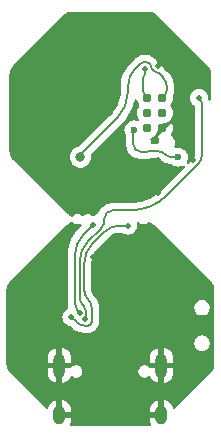
<source format=gbl>
G04 #@! TF.GenerationSoftware,KiCad,Pcbnew,8.0.9-8.0.9-0~ubuntu20.04.1*
G04 #@! TF.CreationDate,2025-06-12T23:47:11+01:00*
G04 #@! TF.ProjectId,ch32-breakout,63683332-2d62-4726-9561-6b6f75742e6b,rev?*
G04 #@! TF.SameCoordinates,Original*
G04 #@! TF.FileFunction,Copper,L2,Bot*
G04 #@! TF.FilePolarity,Positive*
%FSLAX46Y46*%
G04 Gerber Fmt 4.6, Leading zero omitted, Abs format (unit mm)*
G04 Created by KiCad (PCBNEW 8.0.9-8.0.9-0~ubuntu20.04.1) date 2025-06-12 23:47:11*
%MOMM*%
%LPD*%
G01*
G04 APERTURE LIST*
G04 #@! TA.AperFunction,HeatsinkPad*
%ADD10O,1.000000X2.100000*%
G04 #@! TD*
G04 #@! TA.AperFunction,HeatsinkPad*
%ADD11O,1.000000X1.600000*%
G04 #@! TD*
G04 #@! TA.AperFunction,ConnectorPad*
%ADD12C,0.787400*%
G04 #@! TD*
G04 #@! TA.AperFunction,ViaPad*
%ADD13C,0.500000*%
G04 #@! TD*
G04 #@! TA.AperFunction,ViaPad*
%ADD14C,0.800000*%
G04 #@! TD*
G04 #@! TA.AperFunction,ViaPad*
%ADD15C,0.600000*%
G04 #@! TD*
G04 #@! TA.AperFunction,Conductor*
%ADD16C,0.200000*%
G04 #@! TD*
G04 APERTURE END LIST*
D10*
X84680000Y-90895000D03*
D11*
X84680000Y-95075000D03*
D10*
X93320000Y-90895000D03*
D11*
X93320000Y-95075000D03*
D12*
X93401000Y-68230000D03*
X92131000Y-68230000D03*
X93401000Y-69500000D03*
X92131000Y-69500000D03*
X93401000Y-70770000D03*
X92131000Y-70770000D03*
D13*
X88950000Y-85760000D03*
X84050000Y-84000000D03*
X93000000Y-73500000D03*
X93000000Y-62750000D03*
X90150000Y-80750000D03*
X80800000Y-86550000D03*
X81750000Y-88100000D03*
X93000000Y-65500000D03*
X94300000Y-64200000D03*
X93000000Y-76250000D03*
X84050000Y-84700000D03*
X81750000Y-89300000D03*
X94650000Y-82150000D03*
X83700000Y-74800000D03*
X96000000Y-73500000D03*
X83300000Y-84000000D03*
X91500000Y-82100000D03*
X82250000Y-65500000D03*
X81750000Y-88700000D03*
X87500000Y-81750000D03*
X89700000Y-87790000D03*
X88300000Y-81750000D03*
X85000000Y-65500000D03*
X80800000Y-87300000D03*
X94300000Y-74800000D03*
X83300000Y-84700000D03*
X82250000Y-73500000D03*
X95750000Y-65500000D03*
X85000000Y-62750000D03*
X83700000Y-64200000D03*
X85000000Y-76250000D03*
X85000000Y-73500000D03*
X92500000Y-80000000D03*
X85600000Y-87790000D03*
X89000000Y-69500000D03*
X95350000Y-82700000D03*
D14*
X86460000Y-73250000D03*
D13*
X91897500Y-65750000D03*
X87500000Y-79000000D03*
X86418374Y-86409034D03*
X90500000Y-79050000D03*
X85700000Y-86800000D03*
X96500000Y-68250000D03*
X86880594Y-86976245D03*
D15*
X94750000Y-73250000D03*
X91000001Y-70956471D03*
D16*
X93794699Y-67557913D02*
X93794699Y-67340500D01*
X93080545Y-66130545D02*
X93444114Y-66494114D01*
X93597849Y-68033150D02*
X93401000Y-68230000D01*
X91084840Y-65784840D02*
X91536297Y-65333384D01*
X86534246Y-72965753D02*
X89570042Y-69929957D01*
X90500000Y-67196772D02*
X90500000Y-67684841D01*
X92548223Y-65826041D02*
X92691636Y-65969454D01*
X92351776Y-65351776D02*
X92325000Y-65325000D01*
X92023223Y-65200000D02*
X91858315Y-65200000D01*
X86460000Y-73250000D02*
X86460000Y-73145000D01*
X92450000Y-65588909D02*
G75*
G03*
X92548218Y-65826046I335400J9D01*
G01*
X91858315Y-65200000D02*
G75*
G03*
X91536290Y-65333377I-15J-455400D01*
G01*
X92691636Y-65969454D02*
G75*
G03*
X92886091Y-66050007I194464J194454D01*
G01*
X93794699Y-67557913D02*
G75*
G02*
X93597845Y-68033146I-672099J13D01*
G01*
X86534246Y-72965753D02*
G75*
G03*
X86460002Y-73145000I179254J-179247D01*
G01*
X92325000Y-65325000D02*
G75*
G03*
X92023223Y-65199990I-301800J-301800D01*
G01*
X93444114Y-66494114D02*
G75*
G02*
X93794690Y-67340500I-846414J-846386D01*
G01*
X92351776Y-65351776D02*
G75*
G02*
X92449981Y-65588909I-237176J-237124D01*
G01*
X90500000Y-67684841D02*
G75*
G02*
X89570027Y-69929942I-3175100J41D01*
G01*
X91084840Y-65784840D02*
G75*
G03*
X90499987Y-67196772I1411960J-1411960D01*
G01*
X93080545Y-66130545D02*
G75*
G03*
X92886091Y-66050006I-194445J-194455D01*
G01*
X91934150Y-68033150D02*
X92131000Y-68230000D01*
X91897500Y-66239222D02*
X91897500Y-65750000D01*
X91737301Y-67557913D02*
X91737301Y-66625976D01*
X91737301Y-67557913D02*
G75*
G03*
X91934154Y-68033146I672099J13D01*
G01*
X91897500Y-66239222D02*
G75*
G02*
X91817394Y-66432593I-273500J22D01*
G01*
X91817400Y-66432599D02*
G75*
G03*
X91737290Y-66625976I193400J-193401D01*
G01*
X86000000Y-85694824D02*
X86000000Y-81560660D01*
X87500000Y-79000000D02*
X86750000Y-79750000D01*
X86418374Y-86409034D02*
X86209187Y-86199847D01*
X86000000Y-85694824D02*
G75*
G03*
X86209201Y-86199833I714200J24D01*
G01*
X86750000Y-79750000D02*
G75*
G03*
X85999954Y-81560660I1810600J-1810700D01*
G01*
X87430594Y-86076491D02*
X87430594Y-87173148D01*
X89757843Y-79050000D02*
X90500000Y-79050000D01*
X87431271Y-80634412D02*
X88490901Y-79574784D01*
X86800000Y-82158434D02*
X86800000Y-84554102D01*
X86825000Y-87526245D02*
X87077497Y-87526245D01*
X86144282Y-87244282D02*
X85700000Y-86800000D01*
X86144282Y-87244282D02*
G75*
G03*
X86825000Y-87526255I680718J680682D01*
G01*
X86800000Y-84554102D02*
G75*
G03*
X87115297Y-85315297I1076500J2D01*
G01*
X87430594Y-87173148D02*
G75*
G02*
X87327150Y-87422801I-353094J48D01*
G01*
X87115297Y-85315297D02*
G75*
G02*
X87430599Y-86076491I-761197J-761203D01*
G01*
X87327174Y-87422825D02*
G75*
G02*
X87077497Y-87526228I-249674J249725D01*
G01*
X87431271Y-80634412D02*
G75*
G03*
X86800027Y-82158434I1524029J-1523988D01*
G01*
X89757843Y-79050000D02*
G75*
G03*
X88490885Y-79574768I-43J-1791700D01*
G01*
X96750000Y-73055499D02*
X96750000Y-68676776D01*
X88500000Y-78432622D02*
X88500000Y-78574935D01*
X96625000Y-68375000D02*
X96500000Y-68250000D01*
X86400000Y-82035405D02*
X86400000Y-85098098D01*
X87061434Y-80438563D02*
X88199434Y-79300565D01*
X90713844Y-77750000D02*
X89182622Y-77750000D01*
X86968374Y-86405899D02*
X86968374Y-86826395D01*
X93810490Y-76467326D02*
X96416021Y-73861796D01*
X86880594Y-86976245D02*
X86924484Y-86932355D01*
X86684187Y-85784187D02*
X86729696Y-85829694D01*
X88500000Y-78574935D02*
G75*
G02*
X88199417Y-79300548I-1026200J35D01*
G01*
X93810490Y-76467326D02*
G75*
G02*
X90713844Y-77750036I-3096690J3096626D01*
G01*
X96625000Y-68375000D02*
G75*
G02*
X96750010Y-68676776I-301800J-301800D01*
G01*
X86968374Y-86826395D02*
G75*
G02*
X86924491Y-86932362I-149874J-5D01*
G01*
X86400000Y-85098098D02*
G75*
G03*
X86684181Y-85784193I970300J-2D01*
G01*
X89182622Y-77750000D02*
G75*
G03*
X88699929Y-77949929I-22J-682600D01*
G01*
X88699935Y-77949935D02*
G75*
G03*
X88500009Y-78432622I482665J-482665D01*
G01*
X86729696Y-85829694D02*
G75*
G02*
X86968371Y-86405899I-576196J-576206D01*
G01*
X96750000Y-73055499D02*
G75*
G02*
X96416026Y-73861801I-1140300J-1D01*
G01*
X87061434Y-80438563D02*
G75*
G03*
X86400011Y-82035405I1596866J-1596837D01*
G01*
X94220829Y-73250000D02*
X94750000Y-73250000D01*
X90904700Y-72075355D02*
X90904700Y-71119159D01*
X91000001Y-70956471D02*
X90952350Y-71004121D01*
X91664644Y-72835300D02*
X92019107Y-72835300D01*
X93013722Y-72750000D02*
X92225040Y-72750000D01*
X92122074Y-72792650D02*
G75*
G02*
X92019107Y-72835310I-102974J102950D01*
G01*
X90952350Y-71004121D02*
G75*
G03*
X90904674Y-71119159I115050J-115079D01*
G01*
X91127282Y-72612717D02*
G75*
G03*
X91664644Y-72835282I537318J537317D01*
G01*
X93617276Y-73000000D02*
G75*
G03*
X94220829Y-73249966I603524J603600D01*
G01*
X90904700Y-72075355D02*
G75*
G03*
X91127269Y-72612730I759900J-45D01*
G01*
X93617276Y-73000000D02*
G75*
G03*
X93013722Y-72749968I-603576J-603500D01*
G01*
X92225040Y-72750000D02*
G75*
G03*
X92122057Y-72792633I-40J-145600D01*
G01*
G04 #@! TA.AperFunction,Conductor*
G36*
X85800668Y-78730502D02*
G01*
X85817731Y-78746772D01*
X85901948Y-78843965D01*
X85901950Y-78843966D01*
X85901951Y-78843967D01*
X86010931Y-78914004D01*
X86076676Y-78933308D01*
X86135225Y-78950499D01*
X86135227Y-78950500D01*
X86135228Y-78950500D01*
X86264773Y-78950500D01*
X86264773Y-78950499D01*
X86389069Y-78914004D01*
X86391795Y-78912251D01*
X86394906Y-78911338D01*
X86397131Y-78910322D01*
X86397277Y-78910641D01*
X86458830Y-78892566D01*
X86525870Y-78912248D01*
X86571627Y-78965050D01*
X86581574Y-79034208D01*
X86552551Y-79097765D01*
X86546516Y-79104247D01*
X86263999Y-79386764D01*
X86263563Y-79387261D01*
X86215615Y-79435207D01*
X86018575Y-79675289D01*
X86018562Y-79675307D01*
X85846007Y-79933538D01*
X85845997Y-79933554D01*
X85699588Y-80207453D01*
X85699580Y-80207469D01*
X85580719Y-80494407D01*
X85490552Y-80791624D01*
X85490550Y-80791630D01*
X85429953Y-81096245D01*
X85429952Y-81096250D01*
X85399502Y-81405357D01*
X85399501Y-81476469D01*
X85399500Y-81476497D01*
X85399500Y-81560651D01*
X85399499Y-81641158D01*
X85399500Y-81641175D01*
X85399500Y-85615128D01*
X85399498Y-85615166D01*
X85399498Y-85643464D01*
X85399478Y-85643532D01*
X85399482Y-85781014D01*
X85421983Y-85951882D01*
X85421985Y-85951891D01*
X85429590Y-85980269D01*
X85427929Y-86050119D01*
X85388767Y-86107982D01*
X85375788Y-86117359D01*
X85372311Y-86119543D01*
X85372310Y-86119544D01*
X85320166Y-86152307D01*
X85229109Y-86209523D01*
X85109523Y-86329109D01*
X85109518Y-86329115D01*
X85019547Y-86472302D01*
X85019545Y-86472305D01*
X84963685Y-86631943D01*
X84944751Y-86799997D01*
X84944751Y-86800002D01*
X84963685Y-86968056D01*
X85019545Y-87127694D01*
X85019547Y-87127697D01*
X85109518Y-87270884D01*
X85109523Y-87270890D01*
X85229109Y-87390476D01*
X85229115Y-87390481D01*
X85372302Y-87480452D01*
X85372308Y-87480455D01*
X85372310Y-87480456D01*
X85531941Y-87536313D01*
X85550960Y-87538455D01*
X85615373Y-87565520D01*
X85624759Y-87573995D01*
X85781445Y-87730681D01*
X85781540Y-87730764D01*
X85792104Y-87741328D01*
X85792115Y-87741338D01*
X85930444Y-87847486D01*
X85954674Y-87866079D01*
X86132134Y-87968540D01*
X86132137Y-87968541D01*
X86132146Y-87968546D01*
X86321444Y-88046958D01*
X86321446Y-88046958D01*
X86321449Y-88046960D01*
X86519381Y-88099997D01*
X86697147Y-88123401D01*
X86722542Y-88126745D01*
X86722543Y-88126745D01*
X87156559Y-88126745D01*
X87156785Y-88126715D01*
X87168915Y-88124135D01*
X87300774Y-88103255D01*
X87443517Y-88056882D01*
X87577250Y-87988753D01*
X87698680Y-87900544D01*
X87751748Y-87847486D01*
X87803311Y-87795933D01*
X87803314Y-87795927D01*
X87804513Y-87794729D01*
X87804780Y-87794416D01*
X87804795Y-87794402D01*
X87893031Y-87672984D01*
X87961187Y-87539258D01*
X88007586Y-87396518D01*
X88028529Y-87264388D01*
X88031049Y-87252541D01*
X88031094Y-87252202D01*
X88031094Y-87173066D01*
X88031103Y-87100316D01*
X88031102Y-87100312D01*
X88031103Y-87093006D01*
X88031094Y-87092838D01*
X88031094Y-86127853D01*
X88031098Y-86127835D01*
X88031098Y-86076486D01*
X88031099Y-86076486D01*
X88031099Y-86064071D01*
X96099499Y-86064071D01*
X96124497Y-86189738D01*
X96124499Y-86189744D01*
X96173533Y-86308124D01*
X96173538Y-86308133D01*
X96244723Y-86414668D01*
X96244726Y-86414672D01*
X96335327Y-86505273D01*
X96335331Y-86505276D01*
X96441866Y-86576461D01*
X96441872Y-86576464D01*
X96441873Y-86576465D01*
X96560256Y-86625501D01*
X96560260Y-86625501D01*
X96560261Y-86625502D01*
X96685928Y-86650500D01*
X96685931Y-86650500D01*
X96814071Y-86650500D01*
X96907369Y-86631941D01*
X96939744Y-86625501D01*
X97058127Y-86576465D01*
X97164669Y-86505276D01*
X97255276Y-86414669D01*
X97326465Y-86308127D01*
X97375501Y-86189744D01*
X97391765Y-86107982D01*
X97400500Y-86064071D01*
X97400500Y-85935928D01*
X97375502Y-85810261D01*
X97375501Y-85810260D01*
X97375501Y-85810256D01*
X97326465Y-85691873D01*
X97326464Y-85691872D01*
X97326461Y-85691866D01*
X97255276Y-85585331D01*
X97255273Y-85585327D01*
X97164672Y-85494726D01*
X97164668Y-85494723D01*
X97058133Y-85423538D01*
X97058124Y-85423533D01*
X96939744Y-85374499D01*
X96939738Y-85374497D01*
X96814071Y-85349500D01*
X96814069Y-85349500D01*
X96685931Y-85349500D01*
X96685929Y-85349500D01*
X96560261Y-85374497D01*
X96560255Y-85374499D01*
X96441875Y-85423533D01*
X96441866Y-85423538D01*
X96335331Y-85494723D01*
X96335327Y-85494726D01*
X96244726Y-85585327D01*
X96244723Y-85585331D01*
X96173538Y-85691866D01*
X96173533Y-85691875D01*
X96124499Y-85810255D01*
X96124497Y-85810261D01*
X96099500Y-85935928D01*
X96099500Y-85935931D01*
X96099500Y-86064069D01*
X96099500Y-86064071D01*
X96099499Y-86064071D01*
X88031099Y-86064071D01*
X88031098Y-85966570D01*
X88002402Y-85748620D01*
X87945504Y-85536279D01*
X87861377Y-85333182D01*
X87751461Y-85142803D01*
X87751458Y-85142800D01*
X87751457Y-85142797D01*
X87689373Y-85061889D01*
X87617635Y-84968400D01*
X87544231Y-84894996D01*
X87536058Y-84885979D01*
X87488467Y-84827988D01*
X87474963Y-84807777D01*
X87442493Y-84747030D01*
X87433191Y-84724574D01*
X87413192Y-84658649D01*
X87408450Y-84634810D01*
X87401097Y-84560149D01*
X87400500Y-84547996D01*
X87400500Y-82231342D01*
X87400501Y-82231338D01*
X87400500Y-82162488D01*
X87400765Y-82154381D01*
X87401022Y-82150447D01*
X87413267Y-81963581D01*
X87415381Y-81947520D01*
X87451888Y-81763973D01*
X87456081Y-81748323D01*
X87516233Y-81571114D01*
X87522433Y-81556144D01*
X87605202Y-81388299D01*
X87613309Y-81374260D01*
X87717271Y-81218663D01*
X87727127Y-81205818D01*
X87852960Y-81062328D01*
X87858464Y-81056452D01*
X88912073Y-80002846D01*
X88919194Y-79996263D01*
X89050238Y-79884343D01*
X89065968Y-79872914D01*
X89208719Y-79785438D01*
X89226035Y-79776616D01*
X89380713Y-79712549D01*
X89399208Y-79706540D01*
X89561999Y-79667461D01*
X89581211Y-79664419D01*
X89753268Y-79650881D01*
X89762990Y-79650500D01*
X89830742Y-79650501D01*
X89830746Y-79650500D01*
X90009337Y-79650500D01*
X90075308Y-79669505D01*
X90172310Y-79730456D01*
X90293621Y-79772904D01*
X90331943Y-79786314D01*
X90499997Y-79805249D01*
X90500000Y-79805249D01*
X90500003Y-79805249D01*
X90668056Y-79786314D01*
X90668059Y-79786313D01*
X90827690Y-79730456D01*
X90827692Y-79730454D01*
X90827694Y-79730454D01*
X90827697Y-79730452D01*
X90970884Y-79640481D01*
X90970885Y-79640480D01*
X90970890Y-79640477D01*
X91090477Y-79520890D01*
X91090481Y-79520884D01*
X91180452Y-79377697D01*
X91180454Y-79377694D01*
X91180454Y-79377692D01*
X91180456Y-79377690D01*
X91236313Y-79218059D01*
X91236313Y-79218058D01*
X91236314Y-79218056D01*
X91255249Y-79050002D01*
X91255249Y-79049997D01*
X91236430Y-78882980D01*
X91248484Y-78814158D01*
X91295833Y-78762779D01*
X91363443Y-78745154D01*
X91429849Y-78766880D01*
X91453363Y-78787894D01*
X91501948Y-78843965D01*
X91501950Y-78843966D01*
X91501951Y-78843967D01*
X91610931Y-78914004D01*
X91676676Y-78933308D01*
X91735225Y-78950499D01*
X91735227Y-78950500D01*
X91735228Y-78950500D01*
X91864773Y-78950500D01*
X91864773Y-78950499D01*
X91989069Y-78914004D01*
X92098049Y-78843967D01*
X92182268Y-78746771D01*
X92241045Y-78708997D01*
X92310914Y-78708996D01*
X92369693Y-78746770D01*
X92383365Y-78765969D01*
X92389511Y-78776613D01*
X92473387Y-78860489D01*
X92576114Y-78919799D01*
X92626534Y-78933309D01*
X92681958Y-78965241D01*
X95207504Y-81481597D01*
X97488586Y-83754379D01*
X97495355Y-83761689D01*
X97592725Y-83875695D01*
X97604162Y-83891436D01*
X97680014Y-84015214D01*
X97688848Y-84032552D01*
X97744399Y-84166665D01*
X97750412Y-84185170D01*
X97784302Y-84326331D01*
X97787346Y-84345549D01*
X97799120Y-84495144D01*
X97799502Y-84504873D01*
X97799502Y-90745124D01*
X97799120Y-90754853D01*
X97787346Y-90904450D01*
X97784302Y-90923668D01*
X97750414Y-91064824D01*
X97744401Y-91083331D01*
X97688847Y-91217447D01*
X97680014Y-91234782D01*
X97604165Y-91358559D01*
X97592727Y-91374302D01*
X97495282Y-91488394D01*
X97488673Y-91495543D01*
X94477037Y-94507181D01*
X94415714Y-94540666D01*
X94346022Y-94535682D01*
X94290089Y-94493810D01*
X94274795Y-94466952D01*
X94206192Y-94301328D01*
X94206185Y-94301315D01*
X94096751Y-94137537D01*
X94096748Y-94137533D01*
X93957466Y-93998251D01*
X93957462Y-93998248D01*
X93793684Y-93888814D01*
X93793671Y-93888807D01*
X93611691Y-93813429D01*
X93611683Y-93813427D01*
X93570000Y-93805135D01*
X93570000Y-94608011D01*
X93560060Y-94590795D01*
X93504205Y-94534940D01*
X93435796Y-94495444D01*
X93359496Y-94475000D01*
X93280504Y-94475000D01*
X93204204Y-94495444D01*
X93135795Y-94534940D01*
X93079940Y-94590795D01*
X93070000Y-94608011D01*
X93070000Y-93805136D01*
X93069999Y-93805135D01*
X93028316Y-93813427D01*
X93028308Y-93813429D01*
X92846328Y-93888807D01*
X92846315Y-93888814D01*
X92682537Y-93998248D01*
X92682533Y-93998251D01*
X92543251Y-94137533D01*
X92543248Y-94137537D01*
X92433814Y-94301315D01*
X92433807Y-94301328D01*
X92358430Y-94483306D01*
X92358427Y-94483318D01*
X92320000Y-94676504D01*
X92320000Y-94825000D01*
X93020000Y-94825000D01*
X93020000Y-95325000D01*
X92320000Y-95325000D01*
X92320000Y-95473495D01*
X92358427Y-95666681D01*
X92358430Y-95666693D01*
X92433807Y-95848671D01*
X92433812Y-95848680D01*
X92439109Y-95856607D01*
X92459988Y-95923284D01*
X92441505Y-95990665D01*
X92389527Y-96037356D01*
X92336008Y-96049500D01*
X85663992Y-96049500D01*
X85596953Y-96029815D01*
X85551198Y-95977011D01*
X85541254Y-95907853D01*
X85560891Y-95856607D01*
X85566187Y-95848680D01*
X85566192Y-95848671D01*
X85641569Y-95666693D01*
X85641572Y-95666681D01*
X85679999Y-95473495D01*
X85680000Y-95473492D01*
X85680000Y-95325000D01*
X84980000Y-95325000D01*
X84980000Y-94825000D01*
X85680000Y-94825000D01*
X85680000Y-94676508D01*
X85679999Y-94676504D01*
X85641572Y-94483318D01*
X85641569Y-94483306D01*
X85566192Y-94301328D01*
X85566185Y-94301315D01*
X85456751Y-94137537D01*
X85456748Y-94137533D01*
X85317466Y-93998251D01*
X85317462Y-93998248D01*
X85153684Y-93888814D01*
X85153671Y-93888807D01*
X84971691Y-93813429D01*
X84971683Y-93813427D01*
X84930000Y-93805135D01*
X84930000Y-94608011D01*
X84920060Y-94590795D01*
X84864205Y-94534940D01*
X84795796Y-94495444D01*
X84719496Y-94475000D01*
X84640504Y-94475000D01*
X84564204Y-94495444D01*
X84495795Y-94534940D01*
X84439940Y-94590795D01*
X84430000Y-94608011D01*
X84430000Y-93805136D01*
X84429999Y-93805135D01*
X84388316Y-93813427D01*
X84388308Y-93813429D01*
X84206328Y-93888807D01*
X84206315Y-93888814D01*
X84042537Y-93998248D01*
X84042533Y-93998251D01*
X83903251Y-94137533D01*
X83903248Y-94137537D01*
X83793814Y-94301315D01*
X83793809Y-94301324D01*
X83725205Y-94466952D01*
X83681364Y-94521355D01*
X83615070Y-94543420D01*
X83547371Y-94526141D01*
X83522963Y-94507180D01*
X80511336Y-91495556D01*
X80504726Y-91488406D01*
X80407271Y-91374300D01*
X80395835Y-91358560D01*
X80319979Y-91234775D01*
X80311154Y-91217453D01*
X80255597Y-91083325D01*
X80249589Y-91064835D01*
X80215697Y-90923668D01*
X80212653Y-90904450D01*
X80209902Y-90869500D01*
X80200880Y-90754853D01*
X80200498Y-90745126D01*
X80200498Y-90246504D01*
X83680000Y-90246504D01*
X83680000Y-90645000D01*
X84380000Y-90645000D01*
X84380000Y-91145000D01*
X83680000Y-91145000D01*
X83680000Y-91543495D01*
X83718427Y-91736681D01*
X83718430Y-91736693D01*
X83793807Y-91918671D01*
X83793814Y-91918684D01*
X83903248Y-92082462D01*
X83903251Y-92082466D01*
X84042533Y-92221748D01*
X84042537Y-92221751D01*
X84206315Y-92331185D01*
X84206328Y-92331192D01*
X84388308Y-92406569D01*
X84430000Y-92414862D01*
X84430000Y-91611988D01*
X84439940Y-91629205D01*
X84495795Y-91685060D01*
X84564204Y-91724556D01*
X84640504Y-91745000D01*
X84719496Y-91745000D01*
X84795796Y-91724556D01*
X84864205Y-91685060D01*
X84920060Y-91629205D01*
X84930000Y-91611988D01*
X84930000Y-92414862D01*
X84971690Y-92406569D01*
X84971692Y-92406569D01*
X85153671Y-92331192D01*
X85153684Y-92331185D01*
X85317462Y-92221751D01*
X85317466Y-92221748D01*
X85456748Y-92082466D01*
X85456751Y-92082462D01*
X85566185Y-91918684D01*
X85566190Y-91918674D01*
X85590160Y-91860804D01*
X85634000Y-91806399D01*
X85700293Y-91784333D01*
X85767993Y-91801611D01*
X85780375Y-91811229D01*
X85780890Y-91810559D01*
X85787333Y-91815503D01*
X85787335Y-91815505D01*
X85907164Y-91884688D01*
X86040817Y-91920500D01*
X86040819Y-91920500D01*
X86179181Y-91920500D01*
X86179183Y-91920500D01*
X86312836Y-91884688D01*
X86432665Y-91815505D01*
X86530505Y-91717665D01*
X86599688Y-91597836D01*
X86635500Y-91464183D01*
X86635500Y-91325817D01*
X91364500Y-91325817D01*
X91364500Y-91464183D01*
X91385752Y-91543495D01*
X91400312Y-91597835D01*
X91400313Y-91597838D01*
X91469492Y-91717661D01*
X91469494Y-91717664D01*
X91469495Y-91717665D01*
X91567335Y-91815505D01*
X91687164Y-91884688D01*
X91820817Y-91920500D01*
X91820819Y-91920500D01*
X91959181Y-91920500D01*
X91959183Y-91920500D01*
X92092836Y-91884688D01*
X92212665Y-91815505D01*
X92212669Y-91815500D01*
X92219110Y-91810559D01*
X92221133Y-91813196D01*
X92268830Y-91787107D01*
X92338525Y-91792040D01*
X92394489Y-91833870D01*
X92409838Y-91860802D01*
X92433807Y-91918672D01*
X92433814Y-91918684D01*
X92543248Y-92082462D01*
X92543251Y-92082466D01*
X92682533Y-92221748D01*
X92682537Y-92221751D01*
X92846315Y-92331185D01*
X92846328Y-92331192D01*
X93028308Y-92406569D01*
X93070000Y-92414862D01*
X93070000Y-91611988D01*
X93079940Y-91629205D01*
X93135795Y-91685060D01*
X93204204Y-91724556D01*
X93280504Y-91745000D01*
X93359496Y-91745000D01*
X93435796Y-91724556D01*
X93504205Y-91685060D01*
X93560060Y-91629205D01*
X93570000Y-91611988D01*
X93570000Y-92414862D01*
X93611690Y-92406569D01*
X93611692Y-92406569D01*
X93793671Y-92331192D01*
X93793684Y-92331185D01*
X93957462Y-92221751D01*
X93957466Y-92221748D01*
X94096748Y-92082466D01*
X94096751Y-92082462D01*
X94206185Y-91918684D01*
X94206192Y-91918671D01*
X94281569Y-91736693D01*
X94281572Y-91736681D01*
X94319999Y-91543495D01*
X94320000Y-91543492D01*
X94320000Y-91145000D01*
X93620000Y-91145000D01*
X93620000Y-90645000D01*
X94320000Y-90645000D01*
X94320000Y-90246508D01*
X94319999Y-90246504D01*
X94281572Y-90053318D01*
X94281569Y-90053306D01*
X94206192Y-89871328D01*
X94206185Y-89871315D01*
X94096751Y-89707537D01*
X94096748Y-89707533D01*
X93957466Y-89568251D01*
X93957462Y-89568248D01*
X93793684Y-89458814D01*
X93793671Y-89458807D01*
X93611691Y-89383429D01*
X93611683Y-89383427D01*
X93570000Y-89375135D01*
X93570000Y-90178011D01*
X93560060Y-90160795D01*
X93504205Y-90104940D01*
X93435796Y-90065444D01*
X93359496Y-90045000D01*
X93280504Y-90045000D01*
X93204204Y-90065444D01*
X93135795Y-90104940D01*
X93079940Y-90160795D01*
X93070000Y-90178011D01*
X93070000Y-89375136D01*
X93069999Y-89375135D01*
X93028316Y-89383427D01*
X93028308Y-89383429D01*
X92846328Y-89458807D01*
X92846315Y-89458814D01*
X92682537Y-89568248D01*
X92682533Y-89568251D01*
X92543251Y-89707533D01*
X92543248Y-89707537D01*
X92433814Y-89871315D01*
X92433807Y-89871328D01*
X92358430Y-90053306D01*
X92358427Y-90053318D01*
X92320000Y-90246504D01*
X92320000Y-90645000D01*
X93020000Y-90645000D01*
X93020000Y-91145000D01*
X92424050Y-91145000D01*
X92357011Y-91125315D01*
X92316663Y-91083001D01*
X92310505Y-91072335D01*
X92212666Y-90974496D01*
X92212661Y-90974492D01*
X92092838Y-90905313D01*
X92092837Y-90905312D01*
X92092836Y-90905312D01*
X91959183Y-90869500D01*
X91820817Y-90869500D01*
X91687164Y-90905312D01*
X91687161Y-90905313D01*
X91567338Y-90974492D01*
X91567333Y-90974496D01*
X91469496Y-91072333D01*
X91469492Y-91072338D01*
X91400313Y-91192161D01*
X91400312Y-91192164D01*
X91364500Y-91325817D01*
X86635500Y-91325817D01*
X86599688Y-91192164D01*
X86530505Y-91072335D01*
X86432665Y-90974495D01*
X86432664Y-90974494D01*
X86432661Y-90974492D01*
X86312838Y-90905313D01*
X86312837Y-90905312D01*
X86312836Y-90905312D01*
X86179183Y-90869500D01*
X86040817Y-90869500D01*
X85907164Y-90905312D01*
X85907161Y-90905313D01*
X85787338Y-90974492D01*
X85787333Y-90974496D01*
X85689494Y-91072335D01*
X85683337Y-91083001D01*
X85632769Y-91131216D01*
X85575950Y-91145000D01*
X84980000Y-91145000D01*
X84980000Y-90645000D01*
X85680000Y-90645000D01*
X85680000Y-90246508D01*
X85679999Y-90246504D01*
X85641572Y-90053318D01*
X85641569Y-90053306D01*
X85566192Y-89871328D01*
X85566185Y-89871315D01*
X85456751Y-89707537D01*
X85456748Y-89707533D01*
X85317466Y-89568251D01*
X85317462Y-89568248D01*
X85153684Y-89458814D01*
X85153671Y-89458807D01*
X84971691Y-89383429D01*
X84971683Y-89383427D01*
X84930000Y-89375135D01*
X84930000Y-90178011D01*
X84920060Y-90160795D01*
X84864205Y-90104940D01*
X84795796Y-90065444D01*
X84719496Y-90045000D01*
X84640504Y-90045000D01*
X84564204Y-90065444D01*
X84495795Y-90104940D01*
X84439940Y-90160795D01*
X84430000Y-90178011D01*
X84430000Y-89375136D01*
X84429999Y-89375135D01*
X84388316Y-89383427D01*
X84388308Y-89383429D01*
X84206328Y-89458807D01*
X84206315Y-89458814D01*
X84042537Y-89568248D01*
X84042533Y-89568251D01*
X83903251Y-89707533D01*
X83903248Y-89707537D01*
X83793814Y-89871315D01*
X83793807Y-89871328D01*
X83718430Y-90053306D01*
X83718427Y-90053318D01*
X83680000Y-90246504D01*
X80200498Y-90246504D01*
X80200498Y-89064071D01*
X96099499Y-89064071D01*
X96124497Y-89189738D01*
X96124499Y-89189744D01*
X96173533Y-89308124D01*
X96173538Y-89308133D01*
X96244723Y-89414668D01*
X96244726Y-89414672D01*
X96335327Y-89505273D01*
X96335331Y-89505276D01*
X96441866Y-89576461D01*
X96441872Y-89576464D01*
X96441873Y-89576465D01*
X96560256Y-89625501D01*
X96560260Y-89625501D01*
X96560261Y-89625502D01*
X96685928Y-89650500D01*
X96685931Y-89650500D01*
X96814071Y-89650500D01*
X96898615Y-89633682D01*
X96939744Y-89625501D01*
X97058127Y-89576465D01*
X97164669Y-89505276D01*
X97255276Y-89414669D01*
X97326465Y-89308127D01*
X97375501Y-89189744D01*
X97400500Y-89064069D01*
X97400500Y-88935931D01*
X97400500Y-88935928D01*
X97375502Y-88810261D01*
X97375501Y-88810260D01*
X97375501Y-88810256D01*
X97326465Y-88691873D01*
X97326464Y-88691872D01*
X97326461Y-88691866D01*
X97255276Y-88585331D01*
X97255273Y-88585327D01*
X97164672Y-88494726D01*
X97164668Y-88494723D01*
X97058133Y-88423538D01*
X97058124Y-88423533D01*
X96939744Y-88374499D01*
X96939738Y-88374497D01*
X96814071Y-88349500D01*
X96814069Y-88349500D01*
X96685931Y-88349500D01*
X96685929Y-88349500D01*
X96560261Y-88374497D01*
X96560255Y-88374499D01*
X96441875Y-88423533D01*
X96441866Y-88423538D01*
X96335331Y-88494723D01*
X96335327Y-88494726D01*
X96244726Y-88585327D01*
X96244723Y-88585331D01*
X96173538Y-88691866D01*
X96173533Y-88691875D01*
X96124499Y-88810255D01*
X96124497Y-88810261D01*
X96099500Y-88935928D01*
X96099500Y-88935931D01*
X96099500Y-89064069D01*
X96099500Y-89064071D01*
X96099499Y-89064071D01*
X80200498Y-89064071D01*
X80200498Y-84504873D01*
X80200880Y-84495144D01*
X80212653Y-84345549D01*
X80215697Y-84326331D01*
X80249590Y-84185160D01*
X80255595Y-84166678D01*
X80311156Y-84032540D01*
X80319976Y-84015229D01*
X80395840Y-83891431D01*
X80407272Y-83875698D01*
X80504645Y-83761689D01*
X80504668Y-83761662D01*
X80511422Y-83754369D01*
X85318041Y-78965239D01*
X85373464Y-78933309D01*
X85423886Y-78919799D01*
X85526613Y-78860489D01*
X85610489Y-78776613D01*
X85616630Y-78765975D01*
X85667196Y-78717759D01*
X85735803Y-78704535D01*
X85800668Y-78730502D01*
G37*
G04 #@! TD.AperFunction*
G04 #@! TA.AperFunction,Conductor*
G36*
X92185457Y-60950500D02*
G01*
X92210118Y-60950500D01*
X92245125Y-60950500D01*
X92254853Y-60950881D01*
X92404454Y-60962655D01*
X92423663Y-60965698D01*
X92564830Y-60999589D01*
X92583318Y-61005596D01*
X92717451Y-61061156D01*
X92734785Y-61069989D01*
X92858558Y-61145837D01*
X92874299Y-61157273D01*
X92988394Y-61254718D01*
X92995544Y-61261328D01*
X97213909Y-65479689D01*
X97238661Y-65504441D01*
X97245271Y-65511591D01*
X97342728Y-65625699D01*
X97354164Y-65641439D01*
X97430017Y-65765220D01*
X97438848Y-65782552D01*
X97494399Y-65916665D01*
X97500412Y-65935170D01*
X97534302Y-66076331D01*
X97537346Y-66095550D01*
X97549118Y-66245142D01*
X97549500Y-66254870D01*
X97549500Y-68343613D01*
X97529815Y-68410652D01*
X97477011Y-68456407D01*
X97407853Y-68466351D01*
X97344297Y-68437326D01*
X97307571Y-68381935D01*
X97275234Y-68282423D01*
X97264480Y-68261320D01*
X97251745Y-68218908D01*
X97236313Y-68081943D01*
X97236313Y-68081941D01*
X97180456Y-67922310D01*
X97180453Y-67922305D01*
X97180452Y-67922302D01*
X97090481Y-67779115D01*
X97090476Y-67779109D01*
X96970890Y-67659523D01*
X96970884Y-67659518D01*
X96827697Y-67569547D01*
X96827694Y-67569545D01*
X96668056Y-67513685D01*
X96500003Y-67494751D01*
X96499997Y-67494751D01*
X96331943Y-67513685D01*
X96172305Y-67569545D01*
X96172302Y-67569547D01*
X96029115Y-67659518D01*
X96029109Y-67659523D01*
X95909523Y-67779109D01*
X95909518Y-67779115D01*
X95819547Y-67922302D01*
X95819545Y-67922305D01*
X95763685Y-68081943D01*
X95744751Y-68249997D01*
X95744751Y-68250002D01*
X95763685Y-68418056D01*
X95819545Y-68577694D01*
X95819547Y-68577697D01*
X95909518Y-68720884D01*
X95909523Y-68720890D01*
X96029110Y-68840477D01*
X96091473Y-68879662D01*
X96137763Y-68931995D01*
X96149500Y-68984655D01*
X96149500Y-73049407D01*
X96148903Y-73061561D01*
X96140325Y-73148653D01*
X96135583Y-73172493D01*
X96111957Y-73250380D01*
X96102655Y-73272838D01*
X96064288Y-73344619D01*
X96050783Y-73364831D01*
X95995309Y-73432427D01*
X95987136Y-73441444D01*
X95656728Y-73771852D01*
X95595405Y-73805337D01*
X95525713Y-73800353D01*
X95469780Y-73758481D01*
X95445363Y-73693017D01*
X95460215Y-73624744D01*
X95464055Y-73618197D01*
X95475787Y-73599525D01*
X95475786Y-73599525D01*
X95475789Y-73599522D01*
X95535368Y-73429255D01*
X95541126Y-73378155D01*
X95555565Y-73250003D01*
X95555565Y-73249996D01*
X95535369Y-73070750D01*
X95535368Y-73070745D01*
X95530033Y-73055498D01*
X95475789Y-72900478D01*
X95463999Y-72881715D01*
X95433258Y-72832791D01*
X95379816Y-72747738D01*
X95252262Y-72620184D01*
X95099523Y-72524211D01*
X94929254Y-72464631D01*
X94929249Y-72464630D01*
X94750004Y-72444435D01*
X94749996Y-72444435D01*
X94563825Y-72465411D01*
X94563675Y-72464081D01*
X94501405Y-72460255D01*
X94445054Y-72418946D01*
X94419982Y-72353730D01*
X94429009Y-72296194D01*
X94451061Y-72242957D01*
X94477800Y-72108530D01*
X94477800Y-71971470D01*
X94451061Y-71837043D01*
X94421583Y-71765877D01*
X94398613Y-71710421D01*
X94398606Y-71710408D01*
X94322463Y-71596453D01*
X94322460Y-71596449D01*
X94225550Y-71499539D01*
X94167837Y-71460976D01*
X94123033Y-71407363D01*
X94114326Y-71338038D01*
X94129342Y-71295874D01*
X94221932Y-71135503D01*
X94221935Y-71135497D01*
X94279984Y-70956837D01*
X94299622Y-70770000D01*
X94279984Y-70583162D01*
X94221935Y-70404502D01*
X94221932Y-70404496D01*
X94184642Y-70339908D01*
X93577777Y-70946777D01*
X92968732Y-71555818D01*
X93078482Y-71604682D01*
X93131719Y-71649932D01*
X93152041Y-71716782D01*
X93142608Y-71765414D01*
X93112940Y-71837038D01*
X93112937Y-71837050D01*
X93086200Y-71971465D01*
X93086200Y-72025499D01*
X93066515Y-72092538D01*
X93013711Y-72138293D01*
X92962200Y-72149499D01*
X92933229Y-72149499D01*
X92933213Y-72149500D01*
X92569800Y-72149500D01*
X92502761Y-72129815D01*
X92457006Y-72077011D01*
X92445800Y-72025500D01*
X92445800Y-71971469D01*
X92445799Y-71971465D01*
X92419062Y-71837050D01*
X92419061Y-71837043D01*
X92389582Y-71765876D01*
X92382114Y-71696407D01*
X92413389Y-71633928D01*
X92453704Y-71605147D01*
X92580563Y-71548666D01*
X92732633Y-71438181D01*
X92851657Y-71305991D01*
X92858404Y-71298498D01*
X92858412Y-71298487D01*
X92952381Y-71135726D01*
X92952392Y-71135707D01*
X93010478Y-70956939D01*
X93018455Y-70881039D01*
X93045039Y-70816425D01*
X93102336Y-70776439D01*
X93141776Y-70770000D01*
X93401000Y-70770000D01*
X93401000Y-70514589D01*
X93420685Y-70447550D01*
X93473489Y-70401795D01*
X93499206Y-70393302D01*
X93678845Y-70355120D01*
X93850563Y-70278666D01*
X94002633Y-70168181D01*
X94083383Y-70078498D01*
X94128404Y-70028498D01*
X94128412Y-70028487D01*
X94222389Y-69865712D01*
X94222388Y-69865712D01*
X94222392Y-69865707D01*
X94280478Y-69686939D01*
X94300126Y-69500000D01*
X94280478Y-69313061D01*
X94222392Y-69134293D01*
X94172852Y-69048486D01*
X94128411Y-68971511D01*
X94128409Y-68971508D01*
X94107217Y-68947972D01*
X94076987Y-68884980D01*
X94085612Y-68815645D01*
X94107217Y-68782028D01*
X94128408Y-68758493D01*
X94150122Y-68720884D01*
X94222389Y-68595712D01*
X94222388Y-68595712D01*
X94222392Y-68595707D01*
X94280478Y-68416939D01*
X94300126Y-68230000D01*
X94288282Y-68117322D01*
X94300403Y-68051042D01*
X94300097Y-68050915D01*
X94300687Y-68049489D01*
X94300851Y-68048596D01*
X94301126Y-68048054D01*
X94301959Y-68046420D01*
X94363859Y-67855918D01*
X94395197Y-67658078D01*
X94395197Y-67648811D01*
X94395199Y-67648790D01*
X94395199Y-67513685D01*
X94395200Y-67485011D01*
X94395199Y-67485006D01*
X94395199Y-67261443D01*
X94395199Y-67253480D01*
X94395190Y-67253340D01*
X94395190Y-67222688D01*
X94364435Y-66989077D01*
X94343718Y-66911761D01*
X94303454Y-66761488D01*
X94213287Y-66543800D01*
X94095478Y-66339744D01*
X93996013Y-66210116D01*
X93952046Y-66152815D01*
X93952045Y-66152814D01*
X93952042Y-66152810D01*
X93930014Y-66130781D01*
X93929988Y-66130752D01*
X93927325Y-66128089D01*
X93927323Y-66128086D01*
X93812862Y-66013625D01*
X93812839Y-66013604D01*
X93562567Y-65763332D01*
X93562540Y-65763301D01*
X93541474Y-65742235D01*
X93541465Y-65742219D01*
X93453034Y-65653793D01*
X93452956Y-65653721D01*
X93449261Y-65650026D01*
X93441769Y-65645700D01*
X93430899Y-65638641D01*
X93387459Y-65607082D01*
X93344938Y-65576190D01*
X93222156Y-65513634D01*
X93222148Y-65513631D01*
X93113171Y-65478226D01*
X93055495Y-65438790D01*
X93029012Y-65379682D01*
X93027447Y-65369795D01*
X93027444Y-65369787D01*
X93027444Y-65369783D01*
X92981939Y-65229706D01*
X92981938Y-65229705D01*
X92915079Y-65098462D01*
X92915078Y-65098459D01*
X92840153Y-64995314D01*
X92833089Y-64984436D01*
X92832294Y-64983059D01*
X92776449Y-64927214D01*
X92776443Y-64927203D01*
X92776441Y-64927206D01*
X92757996Y-64908757D01*
X92724888Y-64875642D01*
X92724885Y-64875640D01*
X92719682Y-64870436D01*
X92719584Y-64870349D01*
X92693716Y-64844481D01*
X92693715Y-64844480D01*
X92692530Y-64843295D01*
X92692439Y-64843217D01*
X92561642Y-64748186D01*
X92561637Y-64748183D01*
X92417572Y-64674774D01*
X92263798Y-64624804D01*
X92104100Y-64599504D01*
X92104095Y-64599503D01*
X92104041Y-64599500D01*
X92102280Y-64599500D01*
X92023255Y-64599500D01*
X91950342Y-64599497D01*
X91950340Y-64599497D01*
X91942766Y-64599497D01*
X91942718Y-64599500D01*
X91775319Y-64599500D01*
X91775233Y-64599506D01*
X91611078Y-64625501D01*
X91611075Y-64625502D01*
X91459420Y-64674774D01*
X91452999Y-64676860D01*
X91304917Y-64752306D01*
X91170444Y-64850002D01*
X91170430Y-64850014D01*
X91120065Y-64900381D01*
X91120059Y-64900387D01*
X91111687Y-64908757D01*
X91111688Y-64908758D01*
X91057017Y-64963427D01*
X91057004Y-64963440D01*
X90660222Y-65360221D01*
X90660222Y-65360222D01*
X90604321Y-65416124D01*
X90599083Y-65421362D01*
X90598958Y-65421504D01*
X90557093Y-65463369D01*
X90375210Y-65691444D01*
X90220006Y-65938447D01*
X90093434Y-66201273D01*
X90093431Y-66201280D01*
X89997084Y-66476617D01*
X89997083Y-66476623D01*
X89932167Y-66761025D01*
X89932166Y-66761032D01*
X89899501Y-67050901D01*
X89899501Y-67111582D01*
X89899500Y-67111604D01*
X89899500Y-67196764D01*
X89899499Y-67277271D01*
X89899500Y-67277288D01*
X89899500Y-67681350D01*
X89899305Y-67688305D01*
X89883698Y-67966140D01*
X89882141Y-67979957D01*
X89836109Y-68250867D01*
X89833014Y-68264424D01*
X89756944Y-68528460D01*
X89752352Y-68541585D01*
X89647188Y-68795465D01*
X89641155Y-68807992D01*
X89508238Y-69048486D01*
X89500839Y-69060261D01*
X89341823Y-69284370D01*
X89333156Y-69295237D01*
X89263593Y-69373078D01*
X89147471Y-69503017D01*
X89142693Y-69508070D01*
X86309936Y-72340826D01*
X86248613Y-72374311D01*
X86248038Y-72374435D01*
X86180194Y-72388856D01*
X86180192Y-72388857D01*
X86007270Y-72465848D01*
X86007265Y-72465851D01*
X85854129Y-72577111D01*
X85727466Y-72717785D01*
X85632821Y-72881715D01*
X85632818Y-72881722D01*
X85574385Y-73061561D01*
X85574326Y-73061744D01*
X85554540Y-73250000D01*
X85574326Y-73438256D01*
X85574327Y-73438259D01*
X85632818Y-73618277D01*
X85632821Y-73618284D01*
X85727467Y-73782216D01*
X85788953Y-73850503D01*
X85854129Y-73922888D01*
X86007265Y-74034148D01*
X86007270Y-74034151D01*
X86180192Y-74111142D01*
X86180197Y-74111144D01*
X86365354Y-74150500D01*
X86365355Y-74150500D01*
X86554644Y-74150500D01*
X86554646Y-74150500D01*
X86739803Y-74111144D01*
X86912730Y-74034151D01*
X87065871Y-73922888D01*
X87192533Y-73782216D01*
X87287179Y-73618284D01*
X87345674Y-73438256D01*
X87365460Y-73250000D01*
X87346321Y-73067908D01*
X87358890Y-72999184D01*
X87381958Y-72967274D01*
X90050561Y-70298673D01*
X90050562Y-70298670D01*
X90056291Y-70292942D01*
X90056492Y-70292711D01*
X90111206Y-70237999D01*
X90323127Y-69985444D01*
X90512230Y-69715380D01*
X90677076Y-69429863D01*
X90816411Y-69131064D01*
X90883511Y-68946711D01*
X90929168Y-68821277D01*
X90929168Y-68821274D01*
X90929174Y-68821260D01*
X91014507Y-68502806D01*
X91021336Y-68464074D01*
X91052362Y-68401473D01*
X91112309Y-68365582D01*
X91182143Y-68367798D01*
X91239693Y-68407418D01*
X91261383Y-68447288D01*
X91309606Y-68595703D01*
X91309610Y-68595712D01*
X91403586Y-68758485D01*
X91403593Y-68758494D01*
X91424784Y-68782030D01*
X91455012Y-68845022D01*
X91446386Y-68914357D01*
X91424784Y-68947970D01*
X91403593Y-68971505D01*
X91403586Y-68971514D01*
X91309610Y-69134287D01*
X91309605Y-69134299D01*
X91251523Y-69313056D01*
X91251522Y-69313058D01*
X91231874Y-69500000D01*
X91251522Y-69686941D01*
X91251523Y-69686943D01*
X91309605Y-69865700D01*
X91309607Y-69865704D01*
X91309608Y-69865707D01*
X91352957Y-69940791D01*
X91396472Y-70016162D01*
X91412943Y-70084062D01*
X91390091Y-70150089D01*
X91335169Y-70193279D01*
X91265616Y-70199920D01*
X91248129Y-70195202D01*
X91179263Y-70171104D01*
X91179250Y-70171101D01*
X91000005Y-70150906D01*
X90999997Y-70150906D01*
X90820751Y-70171101D01*
X90820746Y-70171102D01*
X90650477Y-70230682D01*
X90497738Y-70326655D01*
X90370185Y-70454208D01*
X90274212Y-70606947D01*
X90214632Y-70777216D01*
X90214631Y-70777221D01*
X90194436Y-70956467D01*
X90194436Y-70956474D01*
X90214631Y-71135720D01*
X90214632Y-71135725D01*
X90271589Y-71298498D01*
X90274212Y-71305993D01*
X90285193Y-71323469D01*
X90304200Y-71389441D01*
X90304200Y-72162176D01*
X90304214Y-72162395D01*
X90304214Y-72164490D01*
X90314540Y-72242949D01*
X90327484Y-72341311D01*
X90373632Y-72513565D01*
X90373634Y-72513570D01*
X90373635Y-72513573D01*
X90426362Y-72640879D01*
X90441878Y-72678340D01*
X90441882Y-72678348D01*
X90531043Y-72832788D01*
X90639614Y-72974282D01*
X90639618Y-72974287D01*
X90645719Y-72980388D01*
X90645740Y-72980411D01*
X90666330Y-73001000D01*
X90666360Y-73001055D01*
X90702651Y-73037346D01*
X90702651Y-73037347D01*
X90720802Y-73055498D01*
X90765704Y-73100400D01*
X90907192Y-73208967D01*
X90921881Y-73217447D01*
X91061648Y-73298138D01*
X91226419Y-73366382D01*
X91398687Y-73412535D01*
X91575507Y-73435805D01*
X91664679Y-73435800D01*
X91938598Y-73435800D01*
X91938646Y-73435802D01*
X91946216Y-73435801D01*
X91946222Y-73435803D01*
X91967761Y-73435802D01*
X91967797Y-73435812D01*
X92019136Y-73435809D01*
X92019136Y-73435810D01*
X92062492Y-73435807D01*
X92098118Y-73435806D01*
X92098159Y-73435800D01*
X92098164Y-73435800D01*
X92110147Y-73432588D01*
X92118016Y-73430753D01*
X92236785Y-73407121D01*
X92236787Y-73407120D01*
X92350658Y-73359943D01*
X92398120Y-73350500D01*
X93005575Y-73350500D01*
X93021763Y-73351561D01*
X93040378Y-73354012D01*
X93063003Y-73356991D01*
X93094273Y-73365372D01*
X93125129Y-73378155D01*
X93153160Y-73394340D01*
X93174068Y-73410385D01*
X93186148Y-73419655D01*
X93198331Y-73430339D01*
X93260044Y-73492045D01*
X93260048Y-73492049D01*
X93260052Y-73492052D01*
X93260054Y-73492054D01*
X93411279Y-73608079D01*
X93411289Y-73608084D01*
X93411294Y-73608088D01*
X93576344Y-73703368D01*
X93576348Y-73703370D01*
X93576355Y-73703374D01*
X93588573Y-73708434D01*
X93752452Y-73776306D01*
X93752456Y-73776307D01*
X93936569Y-73825632D01*
X94125546Y-73850503D01*
X94167586Y-73850501D01*
X94234624Y-73870183D01*
X94244903Y-73877555D01*
X94247737Y-73879815D01*
X94247738Y-73879816D01*
X94316287Y-73922888D01*
X94400474Y-73975787D01*
X94400478Y-73975789D01*
X94523071Y-74018686D01*
X94570745Y-74035368D01*
X94570750Y-74035369D01*
X94749996Y-74055565D01*
X94750000Y-74055565D01*
X94750004Y-74055565D01*
X94929249Y-74035369D01*
X94929252Y-74035368D01*
X94929255Y-74035368D01*
X95099522Y-73975789D01*
X95118197Y-73964055D01*
X95185433Y-73945053D01*
X95252269Y-73965419D01*
X95297484Y-74018686D01*
X95306723Y-74087942D01*
X95277053Y-74151199D01*
X95271852Y-74156728D01*
X93387803Y-76040777D01*
X93383896Y-76044517D01*
X93146811Y-76261771D01*
X93138524Y-76268725D01*
X92885580Y-76462820D01*
X92876719Y-76469025D01*
X92607819Y-76640337D01*
X92598451Y-76645746D01*
X92315644Y-76792970D01*
X92305840Y-76797542D01*
X92011277Y-76919557D01*
X92001112Y-76923257D01*
X91697024Y-77019139D01*
X91686575Y-77021938D01*
X91375315Y-77090946D01*
X91364662Y-77092825D01*
X91048553Y-77134445D01*
X91037776Y-77135388D01*
X90717341Y-77149382D01*
X90711931Y-77149500D01*
X89096306Y-77149500D01*
X89096204Y-77149506D01*
X89081656Y-77149506D01*
X88882173Y-77181095D01*
X88690079Y-77243506D01*
X88510127Y-77335193D01*
X88510124Y-77335194D01*
X88510124Y-77335195D01*
X88346725Y-77453910D01*
X88313199Y-77487435D01*
X88313197Y-77487437D01*
X88313196Y-77487436D01*
X88311641Y-77488992D01*
X88311616Y-77489005D01*
X88203901Y-77596720D01*
X88085189Y-77760116D01*
X88085183Y-77760126D01*
X87993496Y-77940080D01*
X87993496Y-77940081D01*
X87980558Y-77979900D01*
X87941120Y-78037575D01*
X87897562Y-78060558D01*
X87810934Y-78085994D01*
X87701948Y-78156034D01*
X87656692Y-78208264D01*
X87597915Y-78246039D01*
X87549093Y-78250282D01*
X87520325Y-78247040D01*
X87455911Y-78219972D01*
X87440498Y-78205022D01*
X87398050Y-78156034D01*
X87398048Y-78156032D01*
X87372340Y-78139511D01*
X87289069Y-78085996D01*
X87289065Y-78085994D01*
X87289064Y-78085994D01*
X87164774Y-78049500D01*
X87164772Y-78049500D01*
X87035228Y-78049500D01*
X87035226Y-78049500D01*
X86910935Y-78085994D01*
X86910932Y-78085995D01*
X86910931Y-78085996D01*
X86859677Y-78118934D01*
X86801950Y-78156033D01*
X86743714Y-78223243D01*
X86684936Y-78261018D01*
X86615066Y-78261018D01*
X86556288Y-78223244D01*
X86556286Y-78223243D01*
X86498049Y-78156033D01*
X86472340Y-78139511D01*
X86389069Y-78085996D01*
X86389065Y-78085994D01*
X86389064Y-78085994D01*
X86264774Y-78049500D01*
X86264772Y-78049500D01*
X86135228Y-78049500D01*
X86135226Y-78049500D01*
X86010935Y-78085994D01*
X86010932Y-78085995D01*
X86010931Y-78085996D01*
X85959677Y-78118934D01*
X85901950Y-78156033D01*
X85817731Y-78253228D01*
X85758953Y-78291002D01*
X85689083Y-78291002D01*
X85630305Y-78253228D01*
X85616631Y-78234026D01*
X85610489Y-78223387D01*
X85526613Y-78139511D01*
X85467302Y-78105267D01*
X85423885Y-78080200D01*
X85373444Y-78066684D01*
X85318026Y-78034760D01*
X84372465Y-77092825D01*
X80761405Y-73495612D01*
X80754653Y-73488321D01*
X80657267Y-73374296D01*
X80645837Y-73358563D01*
X80608808Y-73298138D01*
X80569982Y-73234779D01*
X80561154Y-73217453D01*
X80505597Y-73083325D01*
X80499589Y-73064835D01*
X80465697Y-72923668D01*
X80462653Y-72904450D01*
X80462340Y-72900478D01*
X80450880Y-72754855D01*
X80450498Y-72745126D01*
X80450498Y-72710120D01*
X80450498Y-71135497D01*
X80450499Y-66254847D01*
X80450879Y-66245169D01*
X80462655Y-66095543D01*
X80465697Y-66076338D01*
X80499590Y-65935165D01*
X80505594Y-65916684D01*
X80561158Y-65782542D01*
X80569989Y-65765214D01*
X80571143Y-65763332D01*
X80645838Y-65641438D01*
X80657273Y-65625700D01*
X80657274Y-65625699D01*
X80754730Y-65511591D01*
X80761310Y-65504473D01*
X80786093Y-65479691D01*
X80786093Y-65479690D01*
X85004453Y-61261325D01*
X85011590Y-61254729D01*
X85125699Y-61157271D01*
X85141429Y-61145841D01*
X85265225Y-61069979D01*
X85282540Y-61061156D01*
X85416678Y-61005595D01*
X85435160Y-60999590D01*
X85576333Y-60965696D01*
X85595545Y-60962653D01*
X85745143Y-60950879D01*
X85754871Y-60950498D01*
X92185453Y-60950498D01*
X92185457Y-60950500D01*
G37*
G04 #@! TD.AperFunction*
M02*

</source>
